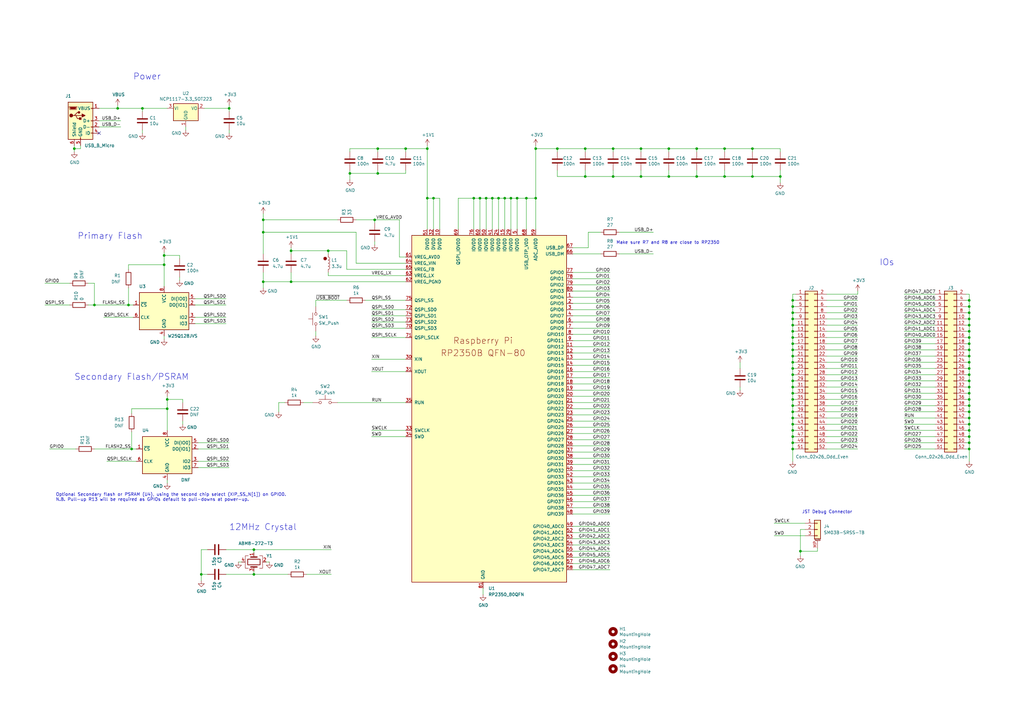
<source format=kicad_sch>
(kicad_sch (version 20230121) (generator eeschema)
  (paper "A3")
  (title_block (title "RP2350B QFN80 Minimal Design Example") (date "2024-01-03") (rev "REV2") (company "Raspberry Pi Ltd"))
  (junction (at 119.38 115.57))
  (junction (at 297.18 60.96))
  (junction (at 107.95 115.57))
  (junction (at 219.71 81.28))
  (junction (at 325.12 168.91))
  (junction (at 325.12 148.59))
  (junction (at 325.12 156.21))
  (junction (at 194.31 81.28))
  (junction (at 320.04 72.39))
  (junction (at 325.12 146.05))
  (junction (at 175.26 81.28))
  (junction (at 154.94 71.12))
  (junction (at 219.71 60.96))
  (junction (at 325.12 166.37))
  (junction (at 397.51 161.29))
  (junction (at 397.51 168.91))
  (junction (at 325.12 143.51))
  (junction (at 196.85 81.28))
  (junction (at 48.26 44.45))
  (junction (at 30.48 60.96))
  (junction (at 82.55 235.585))
  (junction (at 68.58 163.83))
  (junction (at 251.46 72.39))
  (junction (at 397.51 166.37))
  (junction (at 262.89 72.39))
  (junction (at 325.12 151.13))
  (junction (at 209.55 81.28))
  (junction (at 397.51 173.99))
  (junction (at 154.94 60.96))
  (junction (at 207.01 81.28))
  (junction (at 228.6 60.96))
  (junction (at 397.51 153.67))
  (junction (at 308.61 72.39))
  (junction (at 107.95 90.17))
  (junction (at 397.51 133.35))
  (junction (at 397.51 143.51))
  (junction (at 397.51 125.73))
  (junction (at 397.51 156.21))
  (junction (at 397.51 181.61))
  (junction (at 285.75 72.39))
  (junction (at 325.12 140.97))
  (junction (at 325.12 179.07))
  (junction (at 204.47 81.28))
  (junction (at 240.03 60.96))
  (junction (at 67.31 104.775))
  (junction (at 325.12 128.27))
  (junction (at 199.39 81.28))
  (junction (at 397.51 163.83))
  (junction (at 262.89 60.96))
  (junction (at 153.67 90.17))
  (junction (at 175.26 60.96))
  (junction (at 67.31 108.585))
  (junction (at 212.09 81.28))
  (junction (at 397.51 135.89))
  (junction (at 397.51 138.43))
  (junction (at 297.18 72.39))
  (junction (at 53.975 184.15))
  (junction (at 308.61 60.96))
  (junction (at 325.12 138.43))
  (junction (at 325.12 135.89))
  (junction (at 104.14 225.425))
  (junction (at 58.42 44.45))
  (junction (at 166.37 60.96))
  (junction (at 397.51 171.45))
  (junction (at 397.51 158.75))
  (junction (at 325.12 184.15))
  (junction (at 397.51 184.15))
  (junction (at 397.51 151.13))
  (junction (at 325.12 173.99))
  (junction (at 397.51 130.81))
  (junction (at 240.03 72.39))
  (junction (at 104.14 235.585))
  (junction (at 325.12 163.83))
  (junction (at 325.12 153.67))
  (junction (at 325.12 125.73))
  (junction (at 397.51 128.27))
  (junction (at 397.51 179.07))
  (junction (at 325.12 123.19))
  (junction (at 397.51 146.05))
  (junction (at 274.32 60.96))
  (junction (at 68.58 167.64))
  (junction (at 325.12 181.61))
  (junction (at 134.62 102.87))
  (junction (at 325.12 158.75))
  (junction (at 274.32 72.39))
  (junction (at 397.51 140.97))
  (junction (at 325.12 161.29))
  (junction (at 177.8 81.28))
  (junction (at 285.75 60.96))
  (junction (at 52.705 125.095))
  (junction (at 215.9 81.28))
  (junction (at 397.51 176.53))
  (junction (at 325.12 176.53))
  (junction (at 325.12 171.45))
  (junction (at 397.51 123.19))
  (junction (at 119.38 102.87))
  (junction (at 397.51 148.59))
  (junction (at 38.735 125.095))
  (junction (at 93.98 44.45))
  (junction (at 328.295 226.06))
  (junction (at 325.12 130.81))
  (junction (at 251.46 60.96))
  (junction (at 201.93 81.28))
  (junction (at 143.51 71.12))
  (junction (at 325.12 133.35))
  (junction (at 107.95 95.25))
  (no_connect (at 40.64 54.61))
  (wire (pts (xy 234.95 139.7) (xy 250.19 139.7)))
  (wire (pts (xy 397.51 176.53) (xy 397.51 179.07)))
  (wire (pts (xy 107.95 111.76) (xy 107.95 115.57)))
  (wire (pts (xy 397.51 151.13) (xy 397.51 153.67)))
  (wire (pts (xy 397.51 135.89) (xy 397.51 138.43)))
  (wire (pts (xy 351.79 143.51) (xy 339.09 143.51)))
  (wire (pts (xy 383.54 146.05) (xy 370.84 146.05)))
  (wire (pts (xy 325.12 158.75) (xy 325.12 161.29)))
  (wire (pts (xy 234.95 132.08) (xy 250.19 132.08)))
  (wire (pts (xy 154.94 60.96) (xy 166.37 60.96)))
  (wire (pts (xy 107.95 95.25) (xy 146.05 95.25)))
  (wire (pts (xy 383.54 130.81) (xy 370.84 130.81)))
  (wire (pts (xy 93.98 44.45) (xy 93.98 43.18)))
  (wire (pts (xy 383.54 156.21) (xy 370.84 156.21)))
  (wire (pts (xy 330.2 217.17) (xy 328.295 217.17)))
  (wire (pts (xy 274.32 62.23) (xy 274.32 60.96)))
  (wire (pts (xy 274.32 69.85) (xy 274.32 72.39)))
  (wire (pts (xy 234.95 129.54) (xy 250.19 129.54)))
  (wire (pts (xy 107.95 115.57) (xy 107.95 118.11)))
  (wire (pts (xy 228.6 60.96) (xy 240.03 60.96)))
  (wire (pts (xy 351.79 148.59) (xy 339.09 148.59)))
  (wire (pts (xy 207.01 81.28) (xy 209.55 81.28)))
  (wire (pts (xy 154.94 62.23) (xy 154.94 60.96)))
  (wire (pts (xy 166.37 138.43) (xy 152.4 138.43)))
  (wire (pts (xy 154.94 71.12) (xy 166.37 71.12)))
  (wire (pts (xy 36.195 125.095) (xy 38.735 125.095)))
  (wire (pts (xy 30.48 59.69) (xy 30.48 60.96)))
  (wire (pts (xy 74.93 163.83) (xy 68.58 163.83)))
  (wire (pts (xy 397.51 163.83) (xy 397.51 166.37)))
  (wire (pts (xy 370.84 181.61) (xy 383.54 181.61)))
  (wire (pts (xy 143.51 69.85) (xy 143.51 71.12)))
  (wire (pts (xy 48.26 43.18) (xy 48.26 44.45)))
  (wire (pts (xy 234.95 101.6) (xy 241.3 101.6)))
  (wire (pts (xy 325.12 176.53) (xy 325.12 179.07)))
  (wire (pts (xy 397.51 153.67) (xy 397.51 156.21)))
  (wire (pts (xy 81.28 191.77) (xy 93.98 191.77)))
  (wire (pts (xy 396.24 181.61) (xy 397.51 181.61)))
  (wire (pts (xy 234.95 233.68) (xy 250.19 233.68)))
  (wire (pts (xy 396.24 173.99) (xy 397.51 173.99)))
  (wire (pts (xy 351.79 153.67) (xy 339.09 153.67)))
  (wire (pts (xy 339.09 168.91) (xy 351.79 168.91)))
  (wire (pts (xy 325.12 166.37) (xy 325.12 168.91)))
  (wire (pts (xy 397.51 130.81) (xy 397.51 133.35)))
  (wire (pts (xy 339.09 173.99) (xy 351.79 173.99)))
  (wire (pts (xy 325.12 163.83) (xy 325.12 166.37)))
  (wire (pts (xy 234.95 231.14) (xy 250.19 231.14)))
  (wire (pts (xy 285.75 62.23) (xy 285.75 60.96)))
  (wire (pts (xy 166.37 176.53) (xy 152.4 176.53)))
  (wire (pts (xy 234.95 218.44) (xy 250.19 218.44)))
  (wire (pts (xy 383.54 143.51) (xy 370.84 143.51)))
  (wire (pts (xy 92.71 235.585) (xy 104.14 235.585)))
  (wire (pts (xy 142.24 102.87) (xy 134.62 102.87)))
  (wire (pts (xy 262.89 62.23) (xy 262.89 60.96)))
  (wire (pts (xy 146.05 90.17) (xy 153.67 90.17)))
  (wire (pts (xy 397.51 128.27) (xy 397.51 130.81)))
  (wire (pts (xy 107.95 90.17) (xy 138.43 90.17)))
  (wire (pts (xy 262.89 69.85) (xy 262.89 72.39)))
  (wire (pts (xy 153.67 90.17) (xy 163.83 90.17)))
  (wire (pts (xy 234.95 111.76) (xy 250.19 111.76)))
  (wire (pts (xy 326.39 156.21) (xy 325.12 156.21)))
  (wire (pts (xy 383.54 151.13) (xy 370.84 151.13)))
  (wire (pts (xy 234.95 198.12) (xy 250.19 198.12)))
  (wire (pts (xy 325.12 161.29) (xy 325.12 163.83)))
  (wire (pts (xy 199.39 93.98) (xy 199.39 81.28)))
  (wire (pts (xy 33.02 59.69) (xy 33.02 60.96)))
  (wire (pts (xy 234.95 185.42) (xy 250.19 185.42)))
  (wire (pts (xy 325.12 138.43) (xy 325.12 140.97)))
  (wire (pts (xy 219.71 81.28) (xy 219.71 93.98)))
  (wire (pts (xy 397.51 181.61) (xy 397.51 184.15)))
  (wire (pts (xy 129.54 123.19) (xy 129.54 125.73)))
  (wire (pts (xy 212.09 81.28) (xy 212.09 93.98)))
  (wire (pts (xy 52.705 118.11) (xy 52.705 125.095)))
  (wire (pts (xy 328.295 226.06) (xy 328.295 227.965)))
  (wire (pts (xy 397.51 166.37) (xy 397.51 168.91)))
  (wire (pts (xy 325.12 184.15) (xy 325.12 189.23)))
  (wire (pts (xy 187.96 93.98) (xy 187.96 81.28)))
  (wire (pts (xy 67.31 103.505) (xy 67.31 104.775)))
  (wire (pts (xy 18.415 116.205) (xy 28.575 116.205)))
  (wire (pts (xy 370.84 173.99) (xy 383.54 173.99)))
  (wire (pts (xy 297.18 60.96) (xy 308.61 60.96)))
  (wire (pts (xy 396.24 140.97) (xy 397.51 140.97)))
  (wire (pts (xy 370.84 171.45) (xy 383.54 171.45)))
  (wire (pts (xy 339.09 163.83) (xy 351.79 163.83)))
  (wire (pts (xy 308.61 72.39) (xy 297.18 72.39)))
  (wire (pts (xy 351.79 156.21) (xy 339.09 156.21)))
  (wire (pts (xy 201.93 81.28) (xy 204.47 81.28)))
  (wire (pts (xy 40.64 52.07) (xy 49.53 52.07)))
  (wire (pts (xy 234.95 160.02) (xy 250.19 160.02)))
  (wire (pts (xy 397.51 179.07) (xy 397.51 181.61)))
  (wire (pts (xy 274.32 72.39) (xy 262.89 72.39)))
  (wire (pts (xy 325.12 173.99) (xy 325.12 176.53)))
  (wire (pts (xy 308.61 69.85) (xy 308.61 72.39)))
  (wire (pts (xy 175.26 60.96) (xy 175.26 81.28)))
  (wire (pts (xy 196.85 81.28) (xy 199.39 81.28)))
  (wire (pts (xy 146.05 95.25) (xy 146.05 107.95)))
  (wire (pts (xy 397.51 143.51) (xy 397.51 146.05)))
  (wire (pts (xy 396.24 156.21) (xy 397.51 156.21)))
  (wire (pts (xy 234.95 142.24) (xy 250.19 142.24)))
  (wire (pts (xy 201.93 93.98) (xy 201.93 81.28)))
  (wire (pts (xy 52.705 108.585) (xy 67.31 108.585)))
  (wire (pts (xy 109.22 230.505) (xy 110.49 230.505)))
  (wire (pts (xy 396.24 163.83) (xy 397.51 163.83)))
  (wire (pts (xy 68.58 167.64) (xy 68.58 176.53)))
  (wire (pts (xy 396.24 138.43) (xy 397.51 138.43)))
  (wire (pts (xy 370.84 168.91) (xy 383.54 168.91)))
  (wire (pts (xy 199.39 81.28) (xy 201.93 81.28)))
  (wire (pts (xy 58.42 45.72) (xy 58.42 44.45)))
  (wire (pts (xy 396.24 133.35) (xy 397.51 133.35)))
  (wire (pts (xy 326.39 148.59) (xy 325.12 148.59)))
  (wire (pts (xy 325.12 171.45) (xy 325.12 173.99)))
  (wire (pts (xy 397.51 125.73) (xy 397.51 128.27)))
  (wire (pts (xy 234.95 180.34) (xy 250.19 180.34)))
  (wire (pts (xy 81.28 184.15) (xy 93.98 184.15)))
  (wire (pts (xy 116.84 165.1) (xy 114.3 165.1)))
  (wire (pts (xy 274.32 60.96) (xy 285.75 60.96)))
  (wire (pts (xy 240.03 60.96) (xy 251.46 60.96)))
  (wire (pts (xy 52.705 110.49) (xy 52.705 108.585)))
  (wire (pts (xy 107.95 115.57) (xy 119.38 115.57)))
  (wire (pts (xy 234.95 157.48) (xy 250.19 157.48)))
  (wire (pts (xy 134.62 113.03) (xy 166.37 113.03)))
  (wire (pts (xy 240.03 69.85) (xy 240.03 72.39)))
  (wire (pts (xy 85.09 235.585) (xy 82.55 235.585)))
  (wire (pts (xy 325.12 168.91) (xy 326.39 168.91)))
  (wire (pts (xy 234.95 134.62) (xy 250.19 134.62)))
  (wire (pts (xy 234.95 182.88) (xy 250.19 182.88)))
  (wire (pts (xy 80.01 132.715) (xy 92.71 132.715)))
  (wire (pts (xy 119.38 101.6) (xy 119.38 102.87)))
  (wire (pts (xy 149.86 123.19) (xy 166.37 123.19)))
  (wire (pts (xy 143.51 62.23) (xy 143.51 60.96)))
  (wire (pts (xy 325.12 125.73) (xy 325.12 128.27)))
  (wire (pts (xy 339.09 166.37) (xy 351.79 166.37)))
  (wire (pts (xy 153.67 100.33) (xy 153.67 99.06)))
  (wire (pts (xy 134.62 113.03) (xy 134.62 111.76)))
  (wire (pts (xy 396.24 128.27) (xy 397.51 128.27)))
  (wire (pts (xy 153.67 90.17) (xy 153.67 91.44)))
  (wire (pts (xy 383.54 158.75) (xy 370.84 158.75)))
  (wire (pts (xy 209.55 81.28) (xy 212.09 81.28)))
  (wire (pts (xy 351.79 146.05) (xy 339.09 146.05)))
  (wire (pts (xy 383.54 140.97) (xy 370.84 140.97)))
  (wire (pts (xy 397.51 140.97) (xy 397.51 143.51)))
  (wire (pts (xy 234.95 193.04) (xy 250.19 193.04)))
  (wire (pts (xy 82.55 235.585) (xy 82.55 238.125)))
  (wire (pts (xy 67.31 137.795) (xy 67.31 139.065)))
  (wire (pts (xy 397.51 120.65) (xy 397.51 123.19)))
  (wire (pts (xy 234.95 154.94) (xy 250.19 154.94)))
  (wire (pts (xy 396.24 158.75) (xy 397.51 158.75)))
  (wire (pts (xy 325.12 166.37) (xy 326.39 166.37)))
  (wire (pts (xy 53.975 184.15) (xy 55.88 184.15)))
  (wire (pts (xy 397.51 156.21) (xy 397.51 158.75)))
  (wire (pts (xy 383.54 125.73) (xy 370.84 125.73)))
  (wire (pts (xy 254 104.14) (xy 267.97 104.14)))
  (wire (pts (xy 397.51 148.59) (xy 397.51 151.13)))
  (wire (pts (xy 175.26 81.28) (xy 175.26 93.98)))
  (wire (pts (xy 142.24 110.49) (xy 142.24 102.87)))
  (wire (pts (xy 234.95 203.2) (xy 250.19 203.2)))
  (wire (pts (xy 97.79 230.505) (xy 99.06 230.505)))
  (wire (pts (xy 383.54 148.59) (xy 370.84 148.59)))
  (wire (pts (xy 383.54 123.19) (xy 370.84 123.19)))
  (wire (pts (xy 234.95 215.9) (xy 250.19 215.9)))
  (wire (pts (xy 234.95 116.84) (xy 250.19 116.84)))
  (wire (pts (xy 396.24 120.65) (xy 397.51 120.65)))
  (wire (pts (xy 234.95 175.26) (xy 250.19 175.26)))
  (wire (pts (xy 36.195 116.205) (xy 38.735 116.205)))
  (wire (pts (xy 234.95 124.46) (xy 250.19 124.46)))
  (wire (pts (xy 53.975 169.545) (xy 53.975 167.64)))
  (wire (pts (xy 351.79 135.89) (xy 339.09 135.89)))
  (wire (pts (xy 48.26 44.45) (xy 58.42 44.45)))
  (wire (pts (xy 326.39 138.43) (xy 325.12 138.43)))
  (wire (pts (xy 396.24 161.29) (xy 397.51 161.29)))
  (wire (pts (xy 396.24 176.53) (xy 397.51 176.53)))
  (wire (pts (xy 396.24 151.13) (xy 397.51 151.13)))
  (wire (pts (xy 67.31 108.585) (xy 67.31 117.475)))
  (wire (pts (xy 43.815 189.23) (xy 55.88 189.23)))
  (wire (pts (xy 143.51 71.12) (xy 143.51 73.66)))
  (wire (pts (xy 204.47 81.28) (xy 207.01 81.28)))
  (wire (pts (xy 351.79 158.75) (xy 339.09 158.75)))
  (wire (pts (xy 234.95 127) (xy 250.19 127)))
  (wire (pts (xy 83.82 44.45) (xy 93.98 44.45)))
  (wire (pts (xy 326.39 120.65) (xy 325.12 120.65)))
  (wire (pts (xy 326.39 158.75) (xy 325.12 158.75)))
  (wire (pts (xy 154.94 69.85) (xy 154.94 71.12)))
  (wire (pts (xy 308.61 60.96) (xy 320.04 60.96)))
  (wire (pts (xy 251.46 62.23) (xy 251.46 60.96)))
  (wire (pts (xy 396.24 123.19) (xy 397.51 123.19)))
  (wire (pts (xy 396.24 143.51) (xy 397.51 143.51)))
  (wire (pts (xy 351.79 120.65) (xy 351.79 119.38)))
  (wire (pts (xy 397.51 158.75) (xy 397.51 161.29)))
  (wire (pts (xy 67.31 104.775) (xy 67.31 108.585)))
  (wire (pts (xy 92.71 225.425) (xy 104.14 225.425)))
  (wire (pts (xy 80.01 130.175) (xy 92.71 130.175)))
  (wire (pts (xy 152.4 147.32) (xy 166.37 147.32)))
  (wire (pts (xy 198.12 241.3) (xy 198.12 243.84)))
  (wire (pts (xy 396.24 171.45) (xy 397.51 171.45)))
  (wire (pts (xy 152.4 132.08) (xy 166.37 132.08)))
  (wire (pts (xy 397.51 138.43) (xy 397.51 140.97)))
  (wire (pts (xy 339.09 179.07) (xy 351.79 179.07)))
  (wire (pts (xy 82.55 225.425) (xy 82.55 235.585)))
  (wire (pts (xy 58.42 53.34) (xy 58.42 54.61)))
  (wire (pts (xy 370.84 163.83) (xy 383.54 163.83)))
  (wire (pts (xy 180.34 81.28) (xy 180.34 93.98)))
  (wire (pts (xy 194.31 93.98) (xy 194.31 81.28)))
  (wire (pts (xy 143.51 60.96) (xy 154.94 60.96)))
  (wire (pts (xy 370.84 166.37) (xy 383.54 166.37)))
  (wire (pts (xy 234.95 152.4) (xy 250.19 152.4)))
  (wire (pts (xy 42.545 130.175) (xy 54.61 130.175)))
  (wire (pts (xy 383.54 120.65) (xy 370.84 120.65)))
  (wire (pts (xy 396.24 153.67) (xy 397.51 153.67)))
  (wire (pts (xy 73.66 104.775) (xy 67.31 104.775)))
  (wire (pts (xy 234.95 190.5) (xy 250.19 190.5)))
  (wire (pts (xy 325.12 123.19) (xy 325.12 125.73)))
  (wire (pts (xy 320.04 62.23) (xy 320.04 60.96)))
  (wire (pts (xy 152.4 127) (xy 166.37 127)))
  (wire (pts (xy 325.12 133.35) (xy 325.12 135.89)))
  (wire (pts (xy 339.09 171.45) (xy 351.79 171.45)))
  (wire (pts (xy 241.3 95.25) (xy 241.3 101.6)))
  (wire (pts (xy 396.24 135.89) (xy 397.51 135.89)))
  (wire (pts (xy 38.735 125.095) (xy 52.705 125.095)))
  (wire (pts (xy 68.58 196.85) (xy 68.58 198.12)))
  (wire (pts (xy 297.18 69.85) (xy 297.18 72.39)))
  (wire (pts (xy 219.71 59.69) (xy 219.71 60.96)))
  (wire (pts (xy 297.18 62.23) (xy 297.18 60.96)))
  (wire (pts (xy 325.12 140.97) (xy 325.12 143.51)))
  (wire (pts (xy 152.4 129.54) (xy 166.37 129.54)))
  (wire (pts (xy 326.39 146.05) (xy 325.12 146.05)))
  (wire (pts (xy 339.09 184.15) (xy 351.79 184.15)))
  (wire (pts (xy 68.58 163.83) (xy 68.58 167.64)))
  (wire (pts (xy 152.4 134.62) (xy 166.37 134.62)))
  (wire (pts (xy 104.14 234.315) (xy 104.14 235.585)))
  (wire (pts (xy 308.61 62.23) (xy 308.61 60.96)))
  (wire (pts (xy 335.28 224.79) (xy 335.28 226.06)))
  (wire (pts (xy 326.39 151.13) (xy 325.12 151.13)))
  (wire (pts (xy 251.46 60.96) (xy 262.89 60.96)))
  (wire (pts (xy 124.46 165.1) (xy 128.27 165.1)))
  (wire (pts (xy 320.04 72.39) (xy 308.61 72.39)))
  (wire (pts (xy 73.66 106.045) (xy 73.66 104.775)))
  (wire (pts (xy 234.95 170.18) (xy 250.19 170.18)))
  (wire (pts (xy 325.12 120.65) (xy 325.12 123.19)))
  (wire (pts (xy 303.53 148.59) (xy 303.53 151.13)))
  (wire (pts (xy 396.24 130.81) (xy 397.51 130.81)))
  (wire (pts (xy 397.51 173.99) (xy 397.51 176.53)))
  (wire (pts (xy 166.37 60.96) (xy 175.26 60.96)))
  (wire (pts (xy 383.54 133.35) (xy 370.84 133.35)))
  (wire (pts (xy 285.75 60.96) (xy 297.18 60.96)))
  (wire (pts (xy 119.38 115.57) (xy 166.37 115.57)))
  (wire (pts (xy 297.18 72.39) (xy 285.75 72.39)))
  (wire (pts (xy 234.95 220.98) (xy 250.19 220.98)))
  (wire (pts (xy 219.71 60.96) (xy 228.6 60.96)))
  (wire (pts (xy 119.38 111.76) (xy 119.38 115.57)))
  (wire (pts (xy 397.51 171.45) (xy 397.51 173.99)))
  (wire (pts (xy 370.84 179.07) (xy 383.54 179.07)))
  (wire (pts (xy 339.09 181.61) (xy 351.79 181.61)))
  (wire (pts (xy 33.02 60.96) (xy 30.48 60.96)))
  (wire (pts (xy 163.83 90.17) (xy 163.83 105.41)))
  (wire (pts (xy 285.75 69.85) (xy 285.75 72.39)))
  (wire (pts (xy 53.975 177.165) (xy 53.975 184.15)))
  (wire (pts (xy 397.51 184.15) (xy 397.51 189.23)))
  (wire (pts (xy 166.37 179.07) (xy 152.4 179.07)))
  (wire (pts (xy 328.295 217.17) (xy 328.295 226.06)))
  (wire (pts (xy 397.51 133.35) (xy 397.51 135.89)))
  (wire (pts (xy 241.3 95.25) (xy 246.38 95.25)))
  (wire (pts (xy 326.39 130.81) (xy 325.12 130.81)))
  (wire (pts (xy 234.95 223.52) (xy 250.19 223.52)))
  (wire (pts (xy 234.95 162.56) (xy 250.19 162.56)))
  (wire (pts (xy 325.12 128.27) (xy 325.12 130.81)))
  (wire (pts (xy 142.24 123.19) (xy 129.54 123.19)))
  (wire (pts (xy 20.32 184.15) (xy 31.115 184.15)))
  (wire (pts (xy 177.8 81.28) (xy 180.34 81.28)))
  (wire (pts (xy 104.14 235.585) (xy 118.11 235.585)))
  (wire (pts (xy 351.79 161.29) (xy 339.09 161.29)))
  (wire (pts (xy 317.5 214.63) (xy 330.2 214.63)))
  (wire (pts (xy 68.58 162.56) (xy 68.58 163.83)))
  (wire (pts (xy 163.83 105.41) (xy 166.37 105.41)))
  (wire (pts (xy 196.85 93.98) (xy 196.85 81.28)))
  (wire (pts (xy 397.51 161.29) (xy 397.51 163.83)))
  (wire (pts (xy 129.54 135.89) (xy 129.54 137.795)))
  (wire (pts (xy 370.84 184.15) (xy 383.54 184.15)))
  (wire (pts (xy 251.46 69.85) (xy 251.46 72.39)))
  (wire (pts (xy 85.09 225.425) (xy 82.55 225.425)))
  (wire (pts (xy 234.95 210.82) (xy 250.19 210.82)))
  (wire (pts (xy 339.09 176.53) (xy 351.79 176.53)))
  (wire (pts (xy 328.295 226.06) (xy 335.28 226.06)))
  (wire (pts (xy 326.39 123.19) (xy 325.12 123.19)))
  (wire (pts (xy 326.39 140.97) (xy 325.12 140.97)))
  (wire (pts (xy 38.735 116.205) (xy 38.735 125.095)))
  (wire (pts (xy 325.12 146.05) (xy 325.12 148.59)))
  (wire (pts (xy 396.24 168.91) (xy 397.51 168.91)))
  (wire (pts (xy 254 95.25) (xy 267.97 95.25)))
  (wire (pts (xy 351.79 140.97) (xy 339.09 140.97)))
  (wire (pts (xy 351.79 133.35) (xy 339.09 133.35)))
  (wire (pts (xy 234.95 172.72) (xy 250.19 172.72)))
  (wire (pts (xy 209.55 93.98) (xy 209.55 81.28)))
  (wire (pts (xy 351.79 123.19) (xy 339.09 123.19)))
  (wire (pts (xy 326.39 161.29) (xy 325.12 161.29)))
  (wire (pts (xy 325.12 181.61) (xy 326.39 181.61)))
  (wire (pts (xy 175.26 59.69) (xy 175.26 60.96)))
  (wire (pts (xy 107.95 90.17) (xy 107.95 95.25)))
  (wire (pts (xy 234.95 167.64) (xy 250.19 167.64)))
  (wire (pts (xy 370.84 176.53) (xy 383.54 176.53)))
  (wire (pts (xy 119.38 102.87) (xy 134.62 102.87)))
  (wire (pts (xy 215.9 93.98) (xy 215.9 81.28)))
  (wire (pts (xy 325.12 181.61) (xy 325.12 184.15)))
  (wire (pts (xy 320.04 72.39) (xy 320.04 74.93)))
  (wire (pts (xy 383.54 138.43) (xy 370.84 138.43)))
  (wire (pts (xy 215.9 81.28) (xy 219.71 81.28)))
  (wire (pts (xy 212.09 81.28) (xy 215.9 81.28)))
  (wire (pts (xy 383.54 153.67) (xy 370.84 153.67)))
  (wire (pts (xy 397.51 168.91) (xy 397.51 171.45)))
  (wire (pts (xy 234.95 195.58) (xy 250.19 195.58)))
  (wire (pts (xy 251.46 72.39) (xy 240.03 72.39)))
  (wire (pts (xy 262.89 72.39) (xy 251.46 72.39)))
  (wire (pts (xy 396.24 148.59) (xy 397.51 148.59)))
  (wire (pts (xy 326.39 128.27) (xy 325.12 128.27)))
  (wire (pts (xy 104.14 225.425) (xy 135.89 225.425)))
  (wire (pts (xy 351.79 128.27) (xy 339.09 128.27)))
  (wire (pts (xy 234.95 137.16) (xy 250.19 137.16)))
  (wire (pts (xy 326.39 133.35) (xy 325.12 133.35)))
  (wire (pts (xy 107.95 87.63) (xy 107.95 90.17)))
  (wire (pts (xy 134.62 102.87) (xy 134.62 104.14)))
  (wire (pts (xy 194.31 81.28) (xy 196.85 81.28)))
  (wire (pts (xy 234.95 205.74) (xy 250.19 205.74)))
  (wire (pts (xy 325.12 151.13) (xy 325.12 153.67)))
  (wire (pts (xy 204.47 93.98) (xy 204.47 81.28)))
  (wire (pts (xy 325.12 176.53) (xy 326.39 176.53)))
  (wire (pts (xy 351.79 151.13) (xy 339.09 151.13)))
  (wire (pts (xy 325.12 179.07) (xy 325.12 181.61)))
  (wire (pts (xy 396.24 166.37) (xy 397.51 166.37)))
  (wire (pts (xy 396.24 179.07) (xy 397.51 179.07)))
  (wire (pts (xy 396.24 125.73) (xy 397.51 125.73)))
  (wire (pts (xy 234.95 208.28) (xy 250.19 208.28)))
  (wire (pts (xy 228.6 62.23) (xy 228.6 60.96)))
  (wire (pts (xy 76.2 52.07) (xy 76.2 53.34)))
  (wire (pts (xy 234.95 187.96) (xy 250.19 187.96)))
  (wire (pts (xy 234.95 177.8) (xy 250.19 177.8)))
  (wire (pts (xy 325.12 143.51) (xy 325.12 146.05)))
  (wire (pts (xy 351.79 125.73) (xy 339.09 125.73)))
  (wire (pts (xy 325.12 173.99) (xy 326.39 173.99)))
  (wire (pts (xy 40.64 49.53) (xy 49.53 49.53)))
  (wire (pts (xy 166.37 62.23) (xy 166.37 60.96)))
  (wire (pts (xy 326.39 135.89) (xy 325.12 135.89)))
  (wire (pts (xy 234.95 119.38) (xy 250.19 119.38)))
  (wire (pts (xy 234.95 149.86) (xy 250.19 149.86)))
  (wire (pts (xy 234.95 165.1) (xy 250.19 165.1)))
  (wire (pts (xy 325.12 168.91) (xy 325.12 171.45)))
  (wire (pts (xy 93.98 45.72) (xy 93.98 44.45)))
  (wire (pts (xy 285.75 72.39) (xy 274.32 72.39)))
  (wire (pts (xy 234.95 121.92) (xy 250.19 121.92)))
  (wire (pts (xy 143.51 71.12) (xy 154.94 71.12)))
  (wire (pts (xy 351.79 120.65) (xy 339.09 120.65)))
  (wire (pts (xy 325.12 179.07) (xy 326.39 179.07)))
  (wire (pts (xy 187.96 81.28) (xy 194.31 81.28)))
  (wire (pts (xy 383.54 128.27) (xy 370.84 128.27)))
  (wire (pts (xy 52.705 125.095) (xy 54.61 125.095)))
  (wire (pts (xy 234.95 200.66) (xy 250.19 200.66)))
  (wire (pts (xy 397.51 123.19) (xy 397.51 125.73)))
  (wire (pts (xy 146.05 107.95) (xy 166.37 107.95)))
  (wire (pts (xy 40.64 44.45) (xy 48.26 44.45)))
  (wire (pts (xy 177.8 81.28) (xy 175.26 81.28)))
  (wire (pts (xy 68.58 44.45) (xy 58.42 44.45)))
  (wire (pts (xy 207.01 81.28) (xy 207.01 93.98)))
  (wire (pts (xy 166.37 110.49) (xy 142.24 110.49)))
  (wire (pts (xy 74.93 165.1) (xy 74.93 163.83)))
  (wire (pts (xy 317.5 219.71) (xy 330.2 219.71)))
  (wire (pts (xy 30.48 60.96) (xy 30.48 62.23)))
  (wire (pts (xy 326.39 153.67) (xy 325.12 153.67)))
  (wire (pts (xy 93.98 53.34) (xy 93.98 54.61)))
  (wire (pts (xy 240.03 62.23) (xy 240.03 60.96)))
  (wire (pts (xy 74.93 172.72) (xy 74.93 173.99)))
  (wire (pts (xy 325.12 148.59) (xy 325.12 151.13)))
  (wire (pts (xy 81.28 189.23) (xy 93.98 189.23)))
  (wire (pts (xy 234.95 104.14) (xy 246.38 104.14)))
  (wire (pts (xy 240.03 72.39) (xy 228.6 72.39)))
  (wire (pts (xy 114.3 165.1) (xy 114.3 168.91)))
  (wire (pts (xy 228.6 69.85) (xy 228.6 72.39)))
  (wire (pts (xy 104.14 226.695) (xy 104.14 225.425)))
  (wire (pts (xy 325.12 130.81) (xy 325.12 133.35)))
  (wire (pts (xy 351.79 138.43) (xy 339.09 138.43)))
  (wire (pts (xy 219.71 60.96) (xy 219.71 81.28)))
  (wire (pts (xy 326.39 125.73) (xy 325.12 125.73)))
  (wire (pts (xy 119.38 104.14) (xy 119.38 102.87)))
  (wire (pts (xy 234.95 144.78) (xy 250.19 144.78)))
  (wire (pts (xy 234.95 114.3) (xy 250.19 114.3)))
  (wire (pts (xy 234.95 226.06) (xy 250.19 226.06)))
  (wire (pts (xy 53.975 167.64) (xy 68.58 167.64)))
  (wire (pts (xy 397.51 146.05) (xy 397.51 148.59)))
  (wire (pts (xy 303.53 158.75) (xy 303.53 160.02)))
  (wire (pts (xy 125.73 235.585) (xy 135.89 235.585)))
  (wire (pts (xy 234.95 228.6) (xy 250.19 228.6)))
  (wire (pts (xy 80.01 122.555) (xy 92.71 122.555)))
  (wire (pts (xy 81.28 181.61) (xy 93.98 181.61)))
  (wire (pts (xy 351.79 130.81) (xy 339.09 130.81)))
  (wire (pts (xy 325.12 153.67) (xy 325.12 156.21)))
  (wire (pts (xy 262.89 60.96) (xy 274.32 60.96)))
  (wire (pts (xy 166.37 152.4) (xy 152.4 152.4)))
  (wire (pts (xy 326.39 163.83) (xy 325.12 163.83)))
  (wire (pts (xy 18.415 125.095) (xy 28.575 125.095)))
  (wire (pts (xy 326.39 143.51) (xy 325.12 143.51)))
  (wire (pts (xy 325.12 156.21) (xy 325.12 158.75)))
  (wire (pts (xy 383.54 135.89) (xy 370.84 135.89)))
  (wire (pts (xy 396.24 146.05) (xy 397.51 146.05)))
  (wire (pts (xy 383.54 161.29) (xy 370.84 161.29)))
  (wire (pts (xy 396.24 184.15) (xy 397.51 184.15)))
  (wire (pts (xy 80.01 125.095) (xy 92.71 125.095)))
  (wire (pts (xy 166.37 71.12) (xy 166.37 69.85)))
  (wire (pts (xy 107.95 95.25) (xy 107.95 104.14)))
  (wire (pts (xy 177.8 93.98) (xy 177.8 81.28)))
  (wire (pts (xy 138.43 165.1) (xy 166.37 165.1)))
  (wire (pts (xy 320.04 69.85) (xy 320.04 72.39)))
  (wire (pts (xy 38.735 184.15) (xy 53.975 184.15)))
  (wire (pts (xy 325.12 171.45) (xy 326.39 171.45)))
  (wire (pts (xy 325.12 184.15) (xy 326.39 184.15)))
  (wire (pts (xy 73.66 113.665) (xy 73.66 114.935)))
  (wire (pts (xy 325.12 135.89) (xy 325.12 138.43)))
  (wire (pts (xy 234.95 147.32) (xy 250.19 147.32)))
  (circle (center 133.35 106.045) (radius 0.635) (stroke (width 0) (color 132 0 0 1)) (fill (type color) (color 132 0 0 1)))
  (text "Optional Secondary flash or PSRAM (U4), using the second chip select (XIP_SS_N[1]) on GPIO0.\nN.B. Pull-up R13 will be required as GPIOs default to pull-downs at power-up." (at 22.86 205.74 0) (effects (font (size 1.27 1.27)) (justify left bottom)))
  (text "IOs" (at 360.68 109.22 0) (effects (font (size 2.54 2.54)) (justify left bottom)))
  (text "12MHz Crystal" (at 93.98 217.805 0) (effects (font (size 2.54 2.54)) (justify left bottom)))
  (text "Primary Flash" (at 31.75 98.425 0) (effects (font (size 2.54 2.54)) (justify left bottom)))
  (text "JST Debug Connector" (at 328.93 210.82 0) (effects (font (size 1.27 1.27)) (justify left bottom)))
  (text "Make sure R7 and R8 are close to RP2350\n" (at 252.73 100.33 0) (effects (font (size 1.27 1.27)) (justify left bottom)))
  (text "Secondary Flash/PSRAM" (at 30.48 156.21 0) (effects (font (size 2.54 2.54)) (justify left bottom)))
  (text "Power" (at 54.61 33.02 0) (effects (font (size 2.54 2.54)) (justify left bottom)))
  (label "XIN" (at 152.4 147.32 0))
  (label "GPIO44_ADC4" (at 370.84 128.27 0))
  (label "USB_D+" (at 267.97 95.25 180))
  (label "GPIO33" (at 250.19 195.58 180))
  (label "GPIO40_ADC0" (at 250.19 215.9 180))
  (label "GPIO32" (at 250.19 193.04 180))
  (label "GPIO45_ADC5" (at 250.19 228.6 180))
  (label "GPIO43_ADC3" (at 370.84 130.81 0))
  (label "GPIO33" (at 370.84 156.21 0))
  (label "GPIO41_ADC1" (at 250.19 218.44 180))
  (label "GPIO28" (at 370.84 168.91 0))
  (label "GPIO11" (at 351.79 151.13 180))
  (label "XOUT" (at 152.4 152.4 0))
  (label "GPIO3" (at 351.79 130.81 180))
  (label "GPIO18" (at 250.19 157.48 180))
  (label "GPIO15" (at 351.79 161.29 180))
  (label "GPIO39" (at 370.84 140.97 0))
  (label "FLASH2_SS" (at 43.18 184.15 0))
  (label "~{USB_BOOT}" (at 129.54 123.19 0))
  (label "GPIO38" (at 370.84 143.51 0))
  (label "GPIO8" (at 351.79 143.51 180))
  (label "GPIO31" (at 370.84 161.29 0))
  (label "GPIO35" (at 370.84 151.13 0))
  (label "GPIO1" (at 351.79 125.73 180))
  (label "GPIO46_ADC6" (at 370.84 123.19 0))
  (label "GPIO12" (at 250.19 142.24 180))
  (label "GPIO36" (at 370.84 148.59 0))
  (label "SWD" (at 370.84 173.99 0))
  (label "GPIO8" (at 250.19 132.08 180))
  (label "QSPI_SD2" (at 92.71 130.175 180))
  (label "GPIO45_ADC5" (at 370.84 125.73 0))
  (label "GPIO3" (at 250.19 119.38 180))
  (label "GPIO0" (at 18.415 116.205 0))
  (label "GPIO25" (at 250.19 175.26 180))
  (label "GPIO21" (at 351.79 176.53 180))
  (label "GPIO13" (at 250.19 144.78 180))
  (label "GPIO36" (at 250.19 203.2 180))
  (label "GPIO2" (at 250.19 116.84 180))
  (label "XIN" (at 135.89 225.425 180))
  (label "GPIO38" (at 250.19 208.28 180))
  (label "GPIO19" (at 351.79 171.45 180))
  (label "RUN" (at 152.4 165.1 0))
  (label "GPIO16" (at 250.19 152.4 180))
  (label "SWD" (at 317.5 219.71 0))
  (label "QSPI_SD0" (at 152.4 127 0))
  (label "GPIO5" (at 250.19 124.46 180))
  (label "QSPI_SD0" (at 92.71 122.555 180))
  (label "GPIO43_ADC3" (at 250.19 223.52 180))
  (label "GPIO34" (at 370.84 153.67 0))
  (label "QSPI_SS" (at 152.4 123.19 0))
  (label "SWCLK" (at 152.4 176.53 0))
  (label "GPIO1" (at 250.19 114.3 180))
  (label "GPIO21" (at 250.19 165.1 180))
  (label "SWCLK" (at 370.84 176.53 0))
  (label "QSPI_SD2" (at 93.98 189.23 180))
  (label "GPIO25" (at 370.84 184.15 0))
  (label "GPIO35" (at 250.19 200.66 180))
  (label "GPIO37" (at 250.19 205.74 180))
  (label "GPIO20" (at 250.19 162.56 180))
  (label "GPIO40_ADC0" (at 370.84 138.43 0))
  (label "GPIO32" (at 370.84 158.75 0))
  (label "GPIO12" (at 351.79 153.67 180))
  (label "GPIO10" (at 351.79 148.59 180))
  (label "GPIO37" (at 370.84 146.05 0))
  (label "GPIO7" (at 250.19 129.54 180))
  (label "QSPI_SD3" (at 92.71 132.715 180))
  (label "XOUT" (at 135.89 235.585 180))
  (label "GPIO17" (at 250.19 154.94 180))
  (label "GPIO7" (at 351.79 140.97 180))
  (label "GPIO47_ADC7" (at 250.19 233.68 180))
  (label "GPIO17" (at 351.79 166.37 180))
  (label "RUN" (at 370.84 171.45 0))
  (label "GPIO20" (at 351.79 173.99 180))
  (label "GPIO39" (at 250.19 210.82 180))
  (label "QSPI_SS" (at 18.415 125.095 0))
  (label "GPIO29" (at 250.19 185.42 180))
  (label "QSPI_SD0" (at 93.98 181.61 180))
  (label "QSPI_SD2" (at 152.4 132.08 0))
  (label "FLASH_SS" (at 41.91 125.095 0))
  (label "USB_D+" (at 49.53 49.53 180))
  (label "VREG_LX" (at 152.4 113.03 0))
  (label "GPIO6" (at 250.19 127 180))
  (label "GPIO42_ADC2" (at 250.19 220.98 180))
  (label "GPIO24" (at 351.79 184.15 180))
  (label "GPIO31" (at 250.19 190.5 180))
  (label "USB_D-" (at 267.97 104.14 180))
  (label "GPIO10" (at 250.19 137.16 180))
  (label "QSPI_SCLK" (at 43.815 189.23 0))
  (label "GPIO6" (at 351.79 138.43 180))
  (label "GPIO28" (at 250.19 182.88 180))
  (label "GPIO0" (at 250.19 111.76 180))
  (label "QSPI_SD1" (at 93.98 184.15 180))
  (label "GPIO14" (at 250.19 147.32 180))
  (label "VREG_AVDD" (at 154.305 90.17 0))
  (label "GPIO23" (at 250.19 170.18 180))
  (label "USB_D-" (at 49.53 52.07 180))
  (label "GPIO15" (at 250.19 149.86 180))
  (label "GPIO9" (at 250.19 134.62 180))
  (label "GPIO18" (at 351.79 168.91 180))
  (label "GPIO0" (at 351.79 123.19 180))
  (label "GPIO27" (at 250.19 180.34 180))
  (label "GPIO23" (at 351.79 181.61 180))
  (label "QSPI_SD1" (at 152.4 129.54 0))
  (label "GPIO42_ADC2" (at 370.84 133.35 0))
  (label "GPIO29" (at 370.84 166.37 0))
  (label "GPIO44_ADC4" (at 250.19 226.06 180))
  (label "SWCLK" (at 317.5 214.63 0))
  (label "GPIO4" (at 351.79 133.35 180))
  (label "GPIO30" (at 250.19 187.96 180))
  (label "QSPI_SD3" (at 93.98 191.77 180))
  (label "QSPI_SCLK" (at 152.4 138.43 0))
  (label "QSPI_SCLK" (at 42.545 130.175 0))
  (label "GPIO13" (at 351.79 156.21 180))
  (label "GPIO34" (at 250.19 198.12 180))
  (label "GPIO27" (at 370.84 179.07 0))
  (label "GPIO2" (at 351.79 128.27 180))
  (label "GPIO22" (at 250.19 167.64 180))
  (label "GPIO26" (at 370.84 181.61 0))
  (label "GPIO14" (at 351.79 158.75 180))
  (label "GPIO46_ADC6" (at 250.19 231.14 180))
  (label "GPIO0" (at 20.32 184.15 0))
  (label "GPIO47_ADC7" (at 370.84 120.65 0))
  (label "GPIO11" (at 250.19 139.7 180))
  (label "GPIO16" (at 351.79 163.83 180))
  (label "QSPI_SD1" (at 92.71 125.095 180))
  (label "SWD" (at 152.4 179.07 0))
  (label "GPIO9" (at 351.79 146.05 180))
  (label "GPIO41_ADC1" (at 370.84 135.89 0))
  (label "GPIO24" (at 250.19 172.72 180))
  (label "GPIO4" (at 250.19 121.92 180))
  (label "GPIO5" (at 351.79 135.89 180))
  (label "QSPI_SD3" (at 152.4 134.62 0))
  (label "GPIO19" (at 250.19 160.02 180))
  (label "GPIO26" (at 250.19 177.8 180))
  (label "GPIO22" (at 351.79 179.07 180))
  (label "GPIO30" (at 370.84 163.83 0))
  (symbol (lib_id "Device:C") (at 88.9 225.425 270) (unit 1)
    (property "Reference" "C3" (at 90.0684 228.346 0) (effects (justify left)))
    (property "Value" "15p" (at 87.757 228.346 0) (effects (justify left)))
    (property "Footprint" "Capacitor_SMD:C_0402_1005Metric" (effects hide))
  )
  (symbol (lib_id "Device:C") (at 88.9 235.585 270) (unit 1)
    (property "Reference" "C4" (at 90.0684 238.506 0) (effects (justify left)))
    (property "Value" "15p" (at 87.757 238.506 0) (effects (justify left)))
    (property "Footprint" "Capacitor_SMD:C_0402_1005Metric" (effects hide))
  )
  (symbol (lib_id "power:GND") (at 82.55 238.125 0) (unit 1)
    (property "Reference" "#PWR08" (effects hide))
    (property "Value" "GND" (at 82.677 242.5192 0))
  )
  (symbol (lib_id "Memory_Flash:W25Q128JVS") (at 67.31 127.635 0) (unit 1)
    (property "Reference" "U3" (at 58.42 117.475 0))
    (property "Value" "W25Q128JVS" (at 74.93 137.795 0))
    (property "Footprint" "Package_SO:SOIC-8_5.23x5.23mm_P1.27mm" (effects hide))
    (property "Datasheet" "http://www.winbond.com/resource-files/w25q128jv_dtr%20revc%2003272018%20plus.pdf" (effects hide))
  )
  (symbol (lib_id "power:+3V3") (at 67.31 103.505 0) (unit 1)
    (property "Reference" "#PWR04" (effects hide))
    (property "Value" "+3V3" (at 67.691 99.1108 0))
  )
  (symbol (lib_id "power:GND") (at 67.31 139.065 0) (unit 1)
    (property "Reference" "#PWR05" (effects hide))
    (property "Value" "GND" (at 63.5 140.335 0))
  )
  (symbol (lib_id "Device:R") (at 52.705 114.3 0) (mirror y) (unit 1)
    (property "Reference" "R1" (at 49.53 113.03 0) (effects (justify left)))
    (property "Value" "DNF" (at 49.53 115.57 0) (effects (justify left)))
    (property "Footprint" "Resistor_SMD:R_0402_1005Metric" (effects hide))
  )
  (symbol (lib_id "Device:C") (at 73.66 109.855 0) (unit 1)
    (property "Reference" "C2" (at 76.581 108.6866 0) (effects (justify left)))
    (property "Value" "100n" (at 76.581 110.998 0) (effects (justify left)))
    (property "Footprint" "Capacitor_SMD:C_0402_1005Metric" (effects hide))
  )
  (symbol (lib_id "power:GND") (at 73.66 114.935 0) (unit 1)
    (property "Reference" "#PWR06" (effects hide))
    (property "Value" "GND" (at 77.47 116.205 0))
  )
  (symbol (lib_id "Connector:USB_B_Micro") (at 33.02 49.53 0) (unit 1)
    (property "Reference" "J1" (at 29.21 39.37 0) (effects (justify right)))
    (property "Value" "USB_B_Micro" (at 46.99 59.69 0) (effects (justify right)))
    (property "Footprint" "Connector_USB:USB_Micro-B_Amphenol_10103594-0001LF_Horizontal" (effects hide))
  )
  (symbol (lib_id "power:GND") (at 198.12 243.84 0) (unit 1)
    (property "Reference" "#PWR021" (effects hide))
    (property "Value" "GND" (at 198.247 248.2342 0))
  )
  (symbol (lib_id "Device:R") (at 250.19 95.25 270) (unit 1)
    (property "Reference" "R7" (at 250.19 89.9922 90))
    (property "Value" "27" (at 250.19 92.3036 90))
    (property "Footprint" "Resistor_SMD:R_0402_1005Metric" (effects hide))
  )
  (symbol (lib_id "Device:R") (at 250.19 104.14 270) (unit 1)
    (property "Reference" "R8" (at 250.19 98.8822 90))
    (property "Value" "27" (at 250.19 101.1936 90))
    (property "Footprint" "Resistor_SMD:R_0402_1005Metric" (effects hide))
  )
  (symbol (lib_id "power:GND") (at 30.48 62.23 0) (unit 1)
    (property "Reference" "#PWR01" (effects hide))
    (property "Value" "GND" (at 30.607 66.6242 0))
  )
  (symbol (lib_id "power:+3V3") (at 219.71 59.69 0) (unit 1)
    (property "Reference" "#PWR022" (effects hide))
    (property "Value" "+3V3" (at 220.091 55.2958 0))
  )
  (symbol (lib_id "Device:C") (at 251.46 66.04 0) (unit 1)
    (property "Reference" "C14" (at 254.381 64.8716 0) (effects (justify left)))
    (property "Value" "100n" (at 254.381 67.183 0) (effects (justify left)))
    (property "Footprint" "Capacitor_SMD:C_0402_1005Metric" (effects hide))
  )
  (symbol (lib_id "Device:C") (at 262.89 66.04 0) (unit 1)
    (property "Reference" "C15" (at 265.811 64.8716 0) (effects (justify left)))
    (property "Value" "100n" (at 265.811 67.183 0) (effects (justify left)))
    (property "Footprint" "Capacitor_SMD:C_0402_1005Metric" (effects hide))
  )
  (symbol (lib_id "Device:C") (at 274.32 66.04 0) (unit 1)
    (property "Reference" "C16" (at 277.241 64.8716 0) (effects (justify left)))
    (property "Value" "100n" (at 277.241 67.183 0) (effects (justify left)))
    (property "Footprint" "Capacitor_SMD:C_0402_1005Metric" (effects hide))
  )
  (symbol (lib_id "Device:C") (at 285.75 66.04 0) (unit 1)
    (property "Reference" "C17" (at 288.671 64.8716 0) (effects (justify left)))
    (property "Value" "100n" (at 288.671 67.183 0) (effects (justify left)))
    (property "Footprint" "Capacitor_SMD:C_0402_1005Metric" (effects hide))
  )
  (symbol (lib_id "Device:C") (at 297.18 66.04 0) (unit 1)
    (property "Reference" "C18" (at 300.101 64.8716 0) (effects (justify left)))
    (property "Value" "100n" (at 300.101 67.183 0) (effects (justify left)))
    (property "Footprint" "Capacitor_SMD:C_0402_1005Metric" (effects hide))
  )
  (symbol (lib_id "Device:C") (at 308.61 66.04 0) (unit 1)
    (property "Reference" "C20" (at 311.531 64.8716 0) (effects (justify left)))
    (property "Value" "100n" (at 311.531 67.183 0) (effects (justify left)))
    (property "Footprint" "Capacitor_SMD:C_0402_1005Metric" (effects hide))
  )
  (symbol (lib_id "Mechanical:MountingHole") (at 251.46 259.08 0) (unit 1)
    (property "Reference" "H1" (at 254 257.9116 0) (effects (justify left)))
    (property "Value" "MountingHole" (at 254 260.223 0) (effects (justify left)))
    (property "Footprint" "MountingHole:MountingHole_2.7mm_M2.5" (effects hide))
  )
  (symbol (lib_id "Mechanical:MountingHole") (at 251.46 264.16 0) (unit 1)
    (property "Reference" "H2" (at 254 262.9916 0) (effects (justify left)))
    (property "Value" "MountingHole" (at 254 265.303 0) (effects (justify left)))
    (property "Footprint" "MountingHole:MountingHole_2.7mm_M2.5" (effects hide))
  )
  (symbol (lib_id "Mechanical:MountingHole") (at 251.46 269.24 0) (unit 1)
    (property "Reference" "H3" (at 254 268.0716 0) (effects (justify left)))
    (property "Value" "MountingHole" (at 254 270.383 0) (effects (justify left)))
    (property "Footprint" "MountingHole:MountingHole_2.7mm_M2.5" (effects hide))
  )
  (symbol (lib_id "Mechanical:MountingHole") (at 251.46 274.32 0) (unit 1)
    (property "Reference" "H4" (at 254 273.1516 0) (effects (justify left)))
    (property "Value" "MountingHole" (at 254 275.463 0) (effects (justify left)))
    (property "Footprint" "MountingHole:MountingHole_2.7mm_M2.5" (effects hide))
  )
  (symbol (lib_id "Regulator_Linear:NCP1117-3.3_SOT223") (at 76.2 44.45 0) (unit 1)
    (property "Reference" "U2" (at 76.2 38.3032 0))
    (property "Value" "NCP1117-3.3_SOT223" (at 76.2 40.6146 0))
    (property "Footprint" "Package_TO_SOT_SMD:SOT-223-3_TabPin2" (effects hide))
    (property "Datasheet" "http://www.onsemi.com/pub_link/Collateral/NCP1117-D.PDF" (effects hide))
  )
  (symbol (lib_id "power:VBUS") (at 48.26 43.18 0) (unit 1)
    (property "Reference" "#PWR02" (effects hide))
    (property "Value" "VBUS" (at 48.641 38.7858 0))
  )
  (symbol (lib_id "power:GND") (at 76.2 53.34 0) (unit 1)
    (property "Reference" "#PWR07" (effects hide))
    (property "Value" "GND" (at 72.39 54.61 0))
  )
  (symbol (lib_id "power:+3V3") (at 93.98 43.18 0) (unit 1)
    (property "Reference" "#PWR010" (effects hide))
    (property "Value" "+3V3" (at 94.361 38.7858 0))
  )
  (symbol (lib_id "Device:C") (at 58.42 49.53 0) (unit 1)
    (property "Reference" "C1" (at 61.341 48.3616 0) (effects (justify left)))
    (property "Value" "10u" (at 61.341 50.673 0) (effects (justify left)))
    (property "Footprint" "Capacitor_SMD:C_0805_2012Metric" (effects hide))
  )
  (symbol (lib_id "Device:C") (at 93.98 49.53 0) (unit 1)
    (property "Reference" "C5" (at 96.901 48.3616 0) (effects (justify left)))
    (property "Value" "10u" (at 96.901 50.673 0) (effects (justify left)))
    (property "Footprint" "Capacitor_SMD:C_0805_2012Metric" (effects hide))
  )
  (symbol (lib_id "power:GND") (at 58.42 54.61 0) (unit 1)
    (property "Reference" "#PWR03" (effects hide))
    (property "Value" "GND" (at 54.61 55.88 0))
  )
  (symbol (lib_id "power:GND") (at 93.98 54.61 0) (unit 1)
    (property "Reference" "#PWR011" (effects hide))
    (property "Value" "GND" (at 90.17 55.88 0))
  )
  (symbol (lib_id "Device:R") (at 121.92 235.585 270) (unit 1)
    (property "Reference" "R2" (at 121.92 230.3272 90))
    (property "Value" "1k" (at 121.92 232.6386 90))
    (property "Footprint" "Resistor_SMD:R_0402_1005Metric" (effects hide))
  )
  (symbol (lib_id "Device:Crystal_GND24") (at 104.14 230.505 270) (unit 1)
    (property "Reference" "Y1" (at 109.22 227.965 90) (effects (justify left)))
    (property "Value" "ABM8-272-T3" (at 97.79 222.885 90) (effects (justify left)))
    (property "Footprint" "Crystal:Crystal_SMD_3225-4Pin_3.2x2.5mm" (effects hide))
  )
  (symbol (lib_id "power:+3V3") (at 303.53 148.59 0) (unit 1)
    (property "Reference" "#PWR023" (effects hide))
    (property "Value" "+3V3" (at 303.911 144.1958 0))
  )
  (symbol (lib_id "Device:C") (at 303.53 154.94 0) (unit 1)
    (property "Reference" "C19" (at 306.451 153.7716 0) (effects (justify left)))
    (property "Value" "10u" (at 306.451 156.083 0) (effects (justify left)))
    (property "Footprint" "Capacitor_SMD:C_0805_2012Metric" (effects hide))
  )
  (symbol (lib_id "power:GND") (at 303.53 160.02 0) (unit 1)
    (property "Reference" "#PWR024" (effects hide))
    (property "Value" "GND" (at 299.72 161.29 0))
  )
  (symbol (lib_id "power:GND") (at 325.12 189.23 0) (mirror y) (unit 1)
    (property "Reference" "#PWR026" (effects hide))
    (property "Value" "GND" (at 324.993 193.6242 0))
  )
  (symbol (lib_id "power:GND") (at 397.51 189.23 0) (unit 1)
    (property "Reference" "#PWR028" (effects hide))
    (property "Value" "GND" (at 397.637 193.6242 0))
  )
  (symbol (lib_id "power:+3V3") (at 351.79 119.38 0) (unit 1)
    (property "Reference" "#PWR027" (effects hide))
    (property "Value" "+3V3" (at 352.171 114.9858 0))
  )
  (symbol (lib_id "Connector_Generic:Conn_02x26_Odd_Even") (at 388.62 151.13 0) (unit 1)
    (property "Reference" "J3" (at 389.89 118.11 0))
    (property "Value" "Conn_02x26_Odd_Even" (at 386.08 187.325 0))
    (property "Footprint" "Connector_PinHeader_2.54mm:PinHeader_2x26_P2.54mm_Vertical" (effects hide))
  )
  (symbol (lib_id "Connector_Generic:Conn_02x26_Odd_Even") (at 331.47 151.13 0) (unit 1)
    (property "Reference" "J2" (at 332.74 118.11 0))
    (property "Value" "Conn_02x26_Odd_Even" (at 337.185 187.325 0))
    (property "Footprint" "Connector_PinHeader_2.54mm:PinHeader_2x26_P2.54mm_Vertical" (effects hide))
  )
  (symbol (lib_id "power:+3V3") (at 68.58 162.56 0) (unit 1)
    (property "Reference" "#PWR029" (effects hide))
    (property "Value" "+3V3" (at 68.961 158.1658 0))
  )
  (symbol (lib_id "Device:C") (at 74.93 168.91 0) (unit 1)
    (property "Reference" "C22" (at 77.851 167.7416 0) (effects (justify left)))
    (property "Value" "DNF" (at 77.851 170.053 0) (effects (justify left)))
    (property "Footprint" "Capacitor_SMD:C_0402_1005Metric" (effects hide))
  )
  (symbol (lib_id "power:GND") (at 129.54 137.795 0) (unit 1)
    (property "Reference" "#PWR017" (effects hide))
    (property "Value" "GND" (at 129.667 142.1892 0))
  )
  (symbol (lib_id "Device:C") (at 166.37 66.04 0) (unit 1)
    (property "Reference" "C11" (at 169.291 64.8716 0) (effects (justify left)))
    (property "Value" "100n" (at 169.291 67.183 0) (effects (justify left)))
    (property "Footprint" "Capacitor_SMD:C_0402_1005Metric" (effects hide))
  )
  (symbol (lib_id "Device:R") (at 120.65 165.1 270) (unit 1)
    (property "Reference" "R4" (at 120.65 159.8422 90))
    (property "Value" "1k" (at 120.65 162.1536 90))
    (property "Footprint" "Resistor_SMD:R_0402_1005Metric" (effects hide))
  )
  (symbol (lib_id "Device:C") (at 240.03 66.04 0) (unit 1)
    (property "Reference" "C13" (at 242.951 64.8716 0) (effects (justify left)))
    (property "Value" "100n" (at 242.951 67.183 0) (effects (justify left)))
    (property "Footprint" "Capacitor_SMD:C_0402_1005Metric" (effects hide))
  )
  (symbol (lib_id "Device:C") (at 320.04 66.04 0) (unit 1)
    (property "Reference" "C21" (at 322.961 64.8716 0) (effects (justify left)))
    (property "Value" "100n" (at 322.961 67.183 0) (effects (justify left)))
    (property "Footprint" "Capacitor_SMD:C_0402_1005Metric" (effects hide))
  )
  (symbol (lib_id "power:+1V1") (at 119.38 101.6 0) (unit 1)
    (property "Reference" "#PWR014" (effects hide))
    (property "Value" "+1V1" (at 119.761 97.2058 0))
  )
  (symbol (lib_id "Switch:SW_Push") (at 133.35 165.1 0) (unit 1)
    (property "Reference" "SW2" (at 133.35 158.4792 0))
    (property "Value" "SW_Push" (at 133.35 161.0161 0))
    (property "Footprint" "Button_Switch_SMD:SW_Push_1P1T_NO_Vertical_Wuerth_434133025816" (effects hide))
  )
  (symbol (lib_id "power:GND") (at 97.79 230.505 0) (unit 1)
    (property "Reference" "#PWR09" (effects hide))
    (property "Value" "GND" (at 93.98 231.775 0))
  )
  (symbol (lib_id "Device:R") (at 32.385 116.205 90) (unit 1)
    (property "Reference" "R9" (at 31.2166 114.427 0) (effects (justify left)))
    (property "Value" "DNF" (at 33.528 114.427 0) (effects (justify left)))
    (property "Footprint" "Resistor_SMD:R_0402_1005Metric" (effects hide))
  )
  (symbol (lib_id "power:GND") (at 328.295 227.965 0) (mirror y) (unit 1)
    (property "Reference" "#PWR032" (effects hide))
    (property "Value" "GND" (at 328.168 232.3592 0))
  )
  (symbol (lib_id "power:GND") (at 74.93 173.99 0) (unit 1)
    (property "Reference" "#PWR031" (effects hide))
    (property "Value" "GND" (at 78.74 175.26 0))
  )
  (symbol (lib_id "Device:R") (at 34.925 184.15 90) (unit 1)
    (property "Reference" "R11" (at 33.7566 182.372 0) (effects (justify left)))
    (property "Value" "DNF" (at 36.068 182.372 0) (effects (justify left)))
    (property "Footprint" "Resistor_SMD:R_0402_1005Metric" (effects hide))
  )
  (symbol (lib_id "Device:C") (at 153.67 95.25 0) (unit 1)
    (property "Reference" "C9" (at 157.48 93.98 0) (effects (justify left)))
    (property "Value" "4.7u" (at 157.48 96.52 0) (effects (justify left)))
    (property "Footprint" "Capacitor_SMD:C_0402_1005Metric" (effects hide))
  )
  (symbol (lib_id "Device:L") (at 134.62 107.95 0) (unit 1)
    (property "Reference" "L1" (at 135.89 106.68 0) (effects (justify left)))
    (property "Value" "3.3u" (at 135.89 109.22 0) (effects (justify left)))
    (property "Footprint" "RP2350_80QFN_minimal:L_pol_2016" (effects hide))
  )
  (symbol (lib_id "power:GND") (at 68.58 198.12 0) (unit 1)
    (property "Reference" "#PWR030" (effects hide))
    (property "Value" "GND" (at 64.77 199.39 0))
  )
  (symbol (lib_id "power:GND") (at 143.51 73.66 0) (unit 1)
    (property "Reference" "#PWR018" (effects hide))
    (property "Value" "GND" (at 143.637 78.0542 0))
  )
  (symbol (lib_id "power:GND") (at 107.95 118.11 0) (mirror y) (unit 1)
    (property "Reference" "#PWR019" (effects hide))
    (property "Value" "GND" (at 111.76 119.38 0))
  )
  (symbol (lib_id "Device:R") (at 32.385 125.095 90) (unit 1)
    (property "Reference" "R10" (at 31.2166 123.317 0) (effects (justify left)))
    (property "Value" "0" (at 33.528 123.317 0) (effects (justify left)))
    (property "Footprint" "Resistor_SMD:R_0402_1005Metric" (effects hide))
  )
  (symbol (lib_id "Memory_Flash:W25Q128JVS") (at 68.58 186.69 0) (unit 1)
    (property "Reference" "U4" (at 59.69 176.53 0))
    (property "Value" "DNF" (at 76.2 196.85 0))
    (property "Footprint" "Package_SO:SOIC-8_5.23x5.23mm_P1.27mm" (effects hide))
    (property "Datasheet" "http://www.winbond.com/resource-files/w25q128jv_dtr%20revc%2003272018%20plus.pdf" (effects hide))
  )
  (symbol (lib_id "power:+1V1") (at 175.26 59.69 0) (unit 1)
    (property "Reference" "#PWR020" (effects hide))
    (property "Value" "+1V1" (at 175.641 55.2958 0))
  )
  (symbol (lib_id "Device:C") (at 119.38 107.95 0) (unit 1)
    (property "Reference" "C7" (at 123.19 106.68 0) (effects (justify left)))
    (property "Value" "4.7u" (at 123.19 109.22 0) (effects (justify left)))
    (property "Footprint" "RP2350_80QFN_minimal:C_0402_1005Metric_small_pads" (effects hide))
  )
  (symbol (lib_id "Device:R") (at 146.05 123.19 270) (unit 1)
    (property "Reference" "R6" (at 146.05 117.9322 90))
    (property "Value" "1k" (at 146.05 120.2436 90))
    (property "Footprint" "Resistor_SMD:R_0402_1005Metric" (effects hide))
  )
  (symbol (lib_id "Device:C") (at 143.51 66.04 0) (unit 1)
    (property "Reference" "C8" (at 146.431 64.8716 0) (effects (justify left)))
    (property "Value" "100n" (at 146.431 67.183 0) (effects (justify left)))
    (property "Footprint" "Capacitor_SMD:C_0402_1005Metric" (effects hide))
  )
  (symbol (lib_id "Device:R") (at 142.24 90.17 90) (unit 1)
    (property "Reference" "R3" (at 141.0716 88.392 0) (effects (justify left)))
    (property "Value" "33" (at 143.383 88.392 0) (effects (justify left)))
    (property "Footprint" "Resistor_SMD:R_0402_1005Metric" (effects hide))
  )
  (symbol (lib_id "Connector_Generic_MountingPin:Conn_01x03_MountingPin") (at 335.28 217.17 0) (unit 1)
    (property "Reference" "J4" (at 337.82 215.9 0) (effects (justify left)))
    (property "Value" "SM03B-SRSS-TB" (at 337.82 218.44 0) (effects (justify left)))
    (property "Footprint" "Connector_JST:JST_SH_SM03B-SRSS-TB_1x03-1MP_P1.00mm_Horizontal" (effects hide))
  )
  (symbol (lib_id "Device:C") (at 154.94 66.04 0) (unit 1)
    (property "Reference" "C10" (at 157.861 64.8716 0) (effects (justify left)))
    (property "Value" "4.7u" (at 157.861 67.183 0) (effects (justify left)))
    (property "Footprint" "Capacitor_SMD:C_0402_1005Metric" (effects hide))
  )
  (symbol (lib_id "Device:C") (at 228.6 66.04 0) (unit 1)
    (property "Reference" "C12" (at 230.886 64.8716 0) (effects (justify left)))
    (property "Value" "100n" (at 230.886 67.183 0) (effects (justify left)))
    (property "Footprint" "Capacitor_SMD:C_0402_1005Metric" (effects hide))
  )
  (symbol (lib_id "Switch:SW_Push") (at 129.54 130.81 90) (unit 1)
    (property "Reference" "SW1" (at 130.683 129.9753 90) (effects (justify right)))
    (property "Value" "SW_Push" (at 130.683 132.5122 90) (effects (justify right)))
    (property "Footprint" "Button_Switch_SMD:SW_Push_1P1T_NO_Vertical_Wuerth_434133025816" (effects hide))
  )
  (symbol (lib_id "MCU_RaspberryPi_RP2350:RP2350_80QFN") (at 198.12 144.78 0) (unit 1)
    (property "Reference" "U1" (at 200.3141 241.3 0) (effects (justify left)))
    (property "Value" "RP2350_80QFN" (at 200.3141 243.84 0) (effects (justify left)))
    (property "Footprint" "RP2350_80QFN_minimal:RP2350-QFN-80-1EP_10x10_P0.4mm_EP3.4x3.4mm_ThermalVias" (effects hide))
  )
  (symbol (lib_id "Device:C") (at 107.95 107.95 0) (unit 1)
    (property "Reference" "C6" (at 111.76 106.68 0) (effects (justify left)))
    (property "Value" "4.7u" (at 111.76 109.22 0) (effects (justify left)))
    (property "Footprint" "RP2350_80QFN_minimal:C_0402_1005Metric_small_pads" (effects hide))
  )
  (symbol (lib_id "Device:R") (at 53.975 173.355 0) (mirror y) (unit 1)
    (property "Reference" "R13" (at 50.8 172.085 0) (effects (justify left)))
    (property "Value" "DNF" (at 50.8 174.625 0) (effects (justify left)))
    (property "Footprint" "Resistor_SMD:R_0402_1005Metric" (effects hide))
  )
  (symbol (lib_id "power:GND") (at 320.04 74.93 0) (mirror y) (unit 1)
    (property "Reference" "#PWR025" (effects hide))
    (property "Value" "GND" (at 319.913 79.3242 0))
  )
  (symbol (lib_id "power:+3V3") (at 107.95 87.63 0) (unit 1)
    (property "Reference" "#PWR013" (effects hide))
    (property "Value" "+3V3" (at 108.331 83.2358 0))
  )
  (symbol (lib_id "power:GND") (at 153.67 100.33 0) (unit 1)
    (property "Reference" "#PWR016" (effects hide))
    (property "Value" "GND" (at 149.86 101.6 0))
  )
  (symbol (lib_id "power:GND") (at 114.3 168.91 0) (unit 1)
    (property "Reference" "#PWR015" (effects hide))
    (property "Value" "GND" (at 110.49 170.18 0))
  )
  (symbol (lib_id "power:GND") (at 110.49 230.505 0) (unit 1)
    (property "Reference" "#PWR012" (effects hide))
    (property "Value" "GND" (at 114.3 231.775 0))
  )
)
</source>
